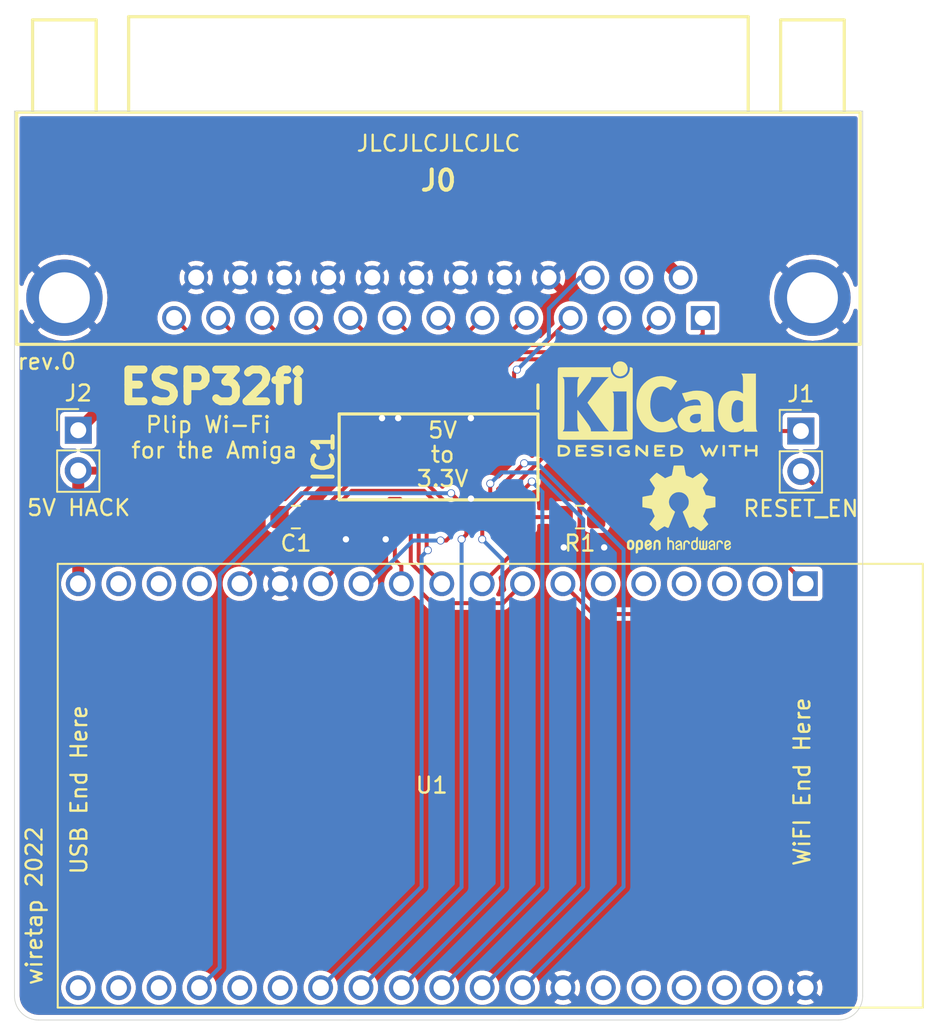
<source format=kicad_pcb>
(kicad_pcb (version 20171130) (host pcbnew "(5.1.6)-1")
  (layers (0 F.Cu signal) (31 B.Cu signal) (34 B.Paste user) (35 F.Paste user) (36 B.SilkS user) (37 F.SilkS user) (38 B.Mask user) (39 F.Mask user) (44 Edge.Cuts user))
  (net 0 "")
  (net 1 +5V)
  (net 2 GND)
  (net 3 "Net-(IC1-Pad1)")
  (net 4 AMI_STROBE)
  (net 5 AMI_RESET)
  (net 6 AMI_D0)
  (net 7 AMI_D1)
  (net 8 AMI_D2)
  (net 9 AMI_D3)
  (net 10 AMI_D4)
  (net 11 AMI_D5)
  (net 12 AMI_D6)
  (net 13 AMI_D7)
  (net 14 AMI_ACK)
  (net 15 AMI_BUSY)
  (net 16 AMI_POUT)
  (net 17 AMI_SEL)
  (net 18 SEL)
  (net 19 POUT)
  (net 20 BUSY)
  (net 21 ACK)
  (net 22 D7)
  (net 23 D6)
  (net 24 D5)
  (net 25 D4)
  (net 26 D3)
  (net 27 D2)
  (net 28 D1)
  (net 29 D0)
  (net 30 RESET)
  (net 31 STROBE)
  (net 32 OE)
  (net 33 AMI_5V)
  (net 34 "Net-(J0-Pad15)")
  (net 35 "Net-(J1-Pad2)")
  (net 36 +3V3)
  (net 37 "Net-(U1-Pad38)")
  (net 38 "Net-(U1-Pad37)")
  (net 39 "Net-(U1-Pad36)")
  (net 40 LED_STATUS)
  (net 41 "Net-(U1-Pad33)")
  (net 42 I2C_SDA)
  (net 43 "Net-(U1-Pad24)")
  (net 44 "Net-(U1-Pad23)")
  (net 45 I2C_SCL)
  (net 46 LED_STATUS2)
  (net 47 "Net-(U1-Pad18)")
  (net 48 "Net-(U1-Pad17)")
  (net 49 "Net-(U1-Pad16)")
  (net 50 "Net-(U1-Pad6)")
  (net 51 "Net-(U1-Pad5)")
  (net 52 "Net-(U1-Pad4)")
  (net 53 "Net-(U1-Pad3)")
  (net 54 "Net-(U1-Pad2)")
  (module Symbol:OSHW-Logo2_7.3x6mm_SilkScreen (layer F.Cu) (at 168.783 112.6744)
    (fp_text reference REF** hide)
    (fp_text value OSHW-Logo2_7.3x6mm_SilkScreen hide)
  )
  (module Symbol:KiCad-Logo2_5mm_SilkScreen (layer F.Cu) (at 167.4368 106.3498)
    (fp_text reference REF** hide)
    (fp_text value KiCad-Logo2_5mm_SilkScreen hide)
  )
  (module Capacitor_SMD:C_0805_2012Metric_Pad1.15x1.40mm_HandSolder (layer F.Cu) (at 144.6948 113.157)
    (fp_text reference C1 (at 0.009 1.651) (layer F.SilkS))
    (fp_text value 100nF)
    (pad 1 smd roundrect (at -1.025 0) (size 1.15 1.4) (layers F.Cu F.Paste F.Mask) (roundrect_rratio 0.217391) (net 1 +5V))
    (pad 2 smd roundrect (at 1.025 0) (size 1.15 1.4) (layers F.Cu F.Paste F.Mask) (roundrect_rratio 0.217391) (net 2 GND))
  )
  (module SOP50P810X120-48N (layer F.Cu) (at 153.67 109.3724 270)
    (fp_text reference IC1 (at 0 7.239 90) (layer F.SilkS) (effects (font (size 1.27 1.27) (thickness 0.254))))
    (fp_text value SN74CBTD16210DGGR hide)
    (pad 1 smd rect (at -3.788 -5.75) (size 0.3 1.475) (layers F.Cu F.Paste F.Mask) (net 3 "Net-(IC1-Pad1)"))
    (pad 2 smd rect (at -3.788 -5.25) (size 0.3 1.475) (layers F.Cu F.Paste F.Mask) (net 4 AMI_STROBE))
    (pad 3 smd rect (at -3.788 -4.75) (size 0.3 1.475) (layers F.Cu F.Paste F.Mask) (net 5 AMI_RESET))
    (pad 4 smd rect (at -3.788 -4.25) (size 0.3 1.475) (layers F.Cu F.Paste F.Mask) (net 6 AMI_D0))
    (pad 5 smd rect (at -3.788 -3.75) (size 0.3 1.475) (layers F.Cu F.Paste F.Mask) (net 7 AMI_D1))
    (pad 6 smd rect (at -3.788 -3.25) (size 0.3 1.475) (layers F.Cu F.Paste F.Mask) (net 8 AMI_D2))
    (pad 7 smd rect (at -3.788 -2.75) (size 0.3 1.475) (layers F.Cu F.Paste F.Mask) (net 9 AMI_D3))
    (pad 8 smd rect (at -3.788 -2.25) (size 0.3 1.475) (layers F.Cu F.Paste F.Mask) (net 2 GND))
    (pad 9 smd rect (at -3.788 -1.75) (size 0.3 1.475) (layers F.Cu F.Paste F.Mask) (net 10 AMI_D4))
    (pad 10 smd rect (at -3.788 -1.25) (size 0.3 1.475) (layers F.Cu F.Paste F.Mask) (net 11 AMI_D5))
    (pad 11 smd rect (at -3.788 -0.75) (size 0.3 1.475) (layers F.Cu F.Paste F.Mask) (net 12 AMI_D6))
    (pad 12 smd rect (at -3.788 -0.25) (size 0.3 1.475) (layers F.Cu F.Paste F.Mask) (net 13 AMI_D7))
    (pad 13 smd rect (at -3.788 0.25) (size 0.3 1.475) (layers F.Cu F.Paste F.Mask) (net 14 AMI_ACK))
    (pad 14 smd rect (at -3.788 0.75) (size 0.3 1.475) (layers F.Cu F.Paste F.Mask) (net 15 AMI_BUSY))
    (pad 15 smd rect (at -3.788 1.25) (size 0.3 1.475) (layers F.Cu F.Paste F.Mask) (net 1 +5V))
    (pad 16 smd rect (at -3.788 1.75) (size 0.3 1.475) (layers F.Cu F.Paste F.Mask) (net 16 AMI_POUT))
    (pad 17 smd rect (at -3.788 2.25) (size 0.3 1.475) (layers F.Cu F.Paste F.Mask) (net 2 GND))
    (pad 18 smd rect (at -3.788 2.75) (size 0.3 1.475) (layers F.Cu F.Paste F.Mask) (net 17 AMI_SEL))
    (pad 19 smd rect (at -3.788 3.25) (size 0.3 1.475) (layers F.Cu F.Paste F.Mask) (net 2 GND))
    (pad 20 smd rect (at -3.788 3.75) (size 0.3 1.475) (layers F.Cu F.Paste F.Mask) (net 2 GND))
    (pad 21 smd rect (at -3.788 4.25) (size 0.3 1.475) (layers F.Cu F.Paste F.Mask) (net 2 GND))
    (pad 22 smd rect (at -3.788 4.75) (size 0.3 1.475) (layers F.Cu F.Paste F.Mask) (net 2 GND))
    (pad 23 smd rect (at -3.788 5.25) (size 0.3 1.475) (layers F.Cu F.Paste F.Mask) (net 2 GND))
    (pad 24 smd rect (at -3.788 5.75) (size 0.3 1.475) (layers F.Cu F.Paste F.Mask) (net 2 GND))
    (pad 25 smd rect (at 3.788 5.75) (size 0.3 1.475) (layers F.Cu F.Paste F.Mask) (net 2 GND))
    (pad 26 smd rect (at 3.788 5.25) (size 0.3 1.475) (layers F.Cu F.Paste F.Mask) (net 2 GND))
    (pad 27 smd rect (at 3.788 4.75) (size 0.3 1.475) (layers F.Cu F.Paste F.Mask) (net 2 GND))
    (pad 28 smd rect (at 3.788 4.25) (size 0.3 1.475) (layers F.Cu F.Paste F.Mask) (net 2 GND))
    (pad 29 smd rect (at 3.788 3.75) (size 0.3 1.475) (layers F.Cu F.Paste F.Mask) (net 2 GND))
    (pad 30 smd rect (at 3.788 3.25) (size 0.3 1.475) (layers F.Cu F.Paste F.Mask) (net 2 GND))
    (pad 31 smd rect (at 3.788 2.75) (size 0.3 1.475) (layers F.Cu F.Paste F.Mask) (net 18 SEL))
    (pad 32 smd rect (at 3.788 2.25) (size 0.3 1.475) (layers F.Cu F.Paste F.Mask) (net 2 GND))
    (pad 33 smd rect (at 3.788 1.75) (size 0.3 1.475) (layers F.Cu F.Paste F.Mask) (net 19 POUT))
    (pad 34 smd rect (at 3.788 1.25) (size 0.3 1.475) (layers F.Cu F.Paste F.Mask) (net 20 BUSY))
    (pad 35 smd rect (at 3.788 0.75) (size 0.3 1.475) (layers F.Cu F.Paste F.Mask) (net 21 ACK))
    (pad 36 smd rect (at 3.788 0.25) (size 0.3 1.475) (layers F.Cu F.Paste F.Mask) (net 22 D7))
    (pad 37 smd rect (at 3.788 -0.25) (size 0.3 1.475) (layers F.Cu F.Paste F.Mask) (net 23 D6))
    (pad 38 smd rect (at 3.788 -0.75) (size 0.3 1.475) (layers F.Cu F.Paste F.Mask) (net 24 D5))
    (pad 39 smd rect (at 3.788 -1.25) (size 0.3 1.475) (layers F.Cu F.Paste F.Mask) (net 25 D4))
    (pad 40 smd rect (at 3.788 -1.75) (size 0.3 1.475) (layers F.Cu F.Paste F.Mask) (net 26 D3))
    (pad 41 smd rect (at 3.788 -2.25) (size 0.3 1.475) (layers F.Cu F.Paste F.Mask) (net 2 GND))
    (pad 42 smd rect (at 3.788 -2.75) (size 0.3 1.475) (layers F.Cu F.Paste F.Mask) (net 27 D2))
    (pad 43 smd rect (at 3.788 -3.25) (size 0.3 1.475) (layers F.Cu F.Paste F.Mask) (net 28 D1))
    (pad 44 smd rect (at 3.788 -3.75) (size 0.3 1.475) (layers F.Cu F.Paste F.Mask) (net 29 D0))
    (pad 45 smd rect (at 3.788 -4.25) (size 0.3 1.475) (layers F.Cu F.Paste F.Mask) (net 30 RESET))
    (pad 46 smd rect (at 3.788 -4.75) (size 0.3 1.475) (layers F.Cu F.Paste F.Mask) (net 31 STROBE))
    (pad 47 smd rect (at 3.788 -5.25) (size 0.3 1.475) (layers F.Cu F.Paste F.Mask) (net 32 OE))
    (pad 48 smd rect (at 3.788 -5.75) (size 0.3 1.475) (layers F.Cu F.Paste F.Mask) (net 32 OE))
  )
  (module L717SDB25P1ACH4F (layer F.Cu) (at 170.2816 100.6348 180)
    (fp_text reference J0 (at 16.62 8.64) (layer F.SilkS) (effects (font (size 1.27 1.27) (thickness 0.254))))
    (fp_text value L717SDB25P1ACH4F hide)
    (pad 1 thru_hole rect (at 0 0 180) (size 1.5 1.5) (drill 1) (layers *.Cu *.Mask) (net 4 AMI_STROBE))
    (pad 2 thru_hole circle (at 2.77 0 180) (size 1.5 1.5) (drill 1) (layers *.Cu *.Mask) (net 6 AMI_D0))
    (pad 3 thru_hole circle (at 5.54 0 180) (size 1.5 1.5) (drill 1) (layers *.Cu *.Mask) (net 7 AMI_D1))
    (pad 4 thru_hole circle (at 8.31 0 180) (size 1.5 1.5) (drill 1) (layers *.Cu *.Mask) (net 8 AMI_D2))
    (pad 5 thru_hole circle (at 11.08 0 180) (size 1.5 1.5) (drill 1) (layers *.Cu *.Mask) (net 9 AMI_D3))
    (pad 6 thru_hole circle (at 13.85 0 180) (size 1.5 1.5) (drill 1) (layers *.Cu *.Mask) (net 10 AMI_D4))
    (pad 7 thru_hole circle (at 16.62 0 180) (size 1.5 1.5) (drill 1) (layers *.Cu *.Mask) (net 11 AMI_D5))
    (pad 8 thru_hole circle (at 19.39 0 180) (size 1.5 1.5) (drill 1) (layers *.Cu *.Mask) (net 12 AMI_D6))
    (pad 9 thru_hole circle (at 22.16 0 180) (size 1.5 1.5) (drill 1) (layers *.Cu *.Mask) (net 13 AMI_D7))
    (pad 10 thru_hole circle (at 24.93 0 180) (size 1.5 1.5) (drill 1) (layers *.Cu *.Mask) (net 14 AMI_ACK))
    (pad 11 thru_hole circle (at 27.7 0 180) (size 1.5 1.5) (drill 1) (layers *.Cu *.Mask) (net 15 AMI_BUSY))
    (pad 12 thru_hole circle (at 30.47 0 180) (size 1.5 1.5) (drill 1) (layers *.Cu *.Mask) (net 16 AMI_POUT))
    (pad 13 thru_hole circle (at 33.24 0 180) (size 1.5 1.5) (drill 1) (layers *.Cu *.Mask) (net 17 AMI_SEL))
    (pad 14 thru_hole circle (at 1.385 2.54 180) (size 1.5 1.5) (drill 1) (layers *.Cu *.Mask) (net 33 AMI_5V))
    (pad 15 thru_hole circle (at 4.155 2.54 180) (size 1.5 1.5) (drill 1) (layers *.Cu *.Mask) (net 34 "Net-(J0-Pad15)"))
    (pad 16 thru_hole circle (at 6.925 2.54 180) (size 1.5 1.5) (drill 1) (layers *.Cu *.Mask) (net 5 AMI_RESET))
    (pad 17 thru_hole circle (at 9.695 2.54 180) (size 1.5 1.5) (drill 1) (layers *.Cu *.Mask) (net 2 GND))
    (pad 18 thru_hole circle (at 12.465 2.54 180) (size 1.5 1.5) (drill 1) (layers *.Cu *.Mask) (net 2 GND))
    (pad 19 thru_hole circle (at 15.235 2.54 180) (size 1.5 1.5) (drill 1) (layers *.Cu *.Mask) (net 2 GND))
    (pad 20 thru_hole circle (at 18.005 2.54 180) (size 1.5 1.5) (drill 1) (layers *.Cu *.Mask) (net 2 GND))
    (pad 21 thru_hole circle (at 20.775 2.54 180) (size 1.5 1.5) (drill 1) (layers *.Cu *.Mask) (net 2 GND))
    (pad 22 thru_hole circle (at 23.545 2.54 180) (size 1.5 1.5) (drill 1) (layers *.Cu *.Mask) (net 2 GND))
    (pad 23 thru_hole circle (at 26.315 2.54 180) (size 1.5 1.5) (drill 1) (layers *.Cu *.Mask) (net 2 GND))
    (pad 24 thru_hole circle (at 29.085 2.54 180) (size 1.5 1.5) (drill 1) (layers *.Cu *.Mask) (net 2 GND))
    (pad 25 thru_hole circle (at 31.855 2.54 180) (size 1.5 1.5) (drill 1) (layers *.Cu *.Mask) (net 2 GND))
    (pad MH1 thru_hole circle (at -6.9 1.27 180) (size 4.8 4.8) (drill 3.2) (layers *.Cu *.Mask) (net 2 GND))
    (pad MH2 thru_hole circle (at 40.14 1.27 180) (size 4.8 4.8) (drill 3.2) (layers *.Cu *.Mask) (net 2 GND))
  )
  (module Connector_PinHeader_2.54mm:PinHeader_1x02_P2.54mm_Vertical (layer F.Cu) (at 176.4538 107.7468)
    (fp_text reference J1 (at 0 -2.33) (layer F.SilkS))
    (fp_text value RESET)
    (pad 1 thru_hole rect (at 0 0) (size 1.7 1.7) (drill 1) (layers *.Cu *.Mask) (net 30 RESET))
    (pad 2 thru_hole oval (at 0 2.54) (size 1.7 1.7) (drill 1) (layers *.Cu *.Mask) (net 35 "Net-(J1-Pad2)"))
  )
  (module Connector_PinHeader_2.54mm:PinHeader_1x02_P2.54mm_Vertical (layer F.Cu) (at 131.0132 107.696)
    (fp_text reference J2 (at 0 -2.33) (layer F.SilkS))
    (fp_text value 5V_HACK)
    (pad 2 thru_hole oval (at 0 2.54) (size 1.7 1.7) (drill 1) (layers *.Cu *.Mask) (net 1 +5V))
    (pad 1 thru_hole rect (at 0 0) (size 1.7 1.7) (drill 1) (layers *.Cu *.Mask) (net 33 AMI_5V))
  )
  (module Resistor_SMD:R_0805_2012Metric_Pad1.15x1.40mm_HandSolder (layer F.Cu) (at 162.56 113.157 180)
    (fp_text reference R1 (at 0 -1.65) (layer F.SilkS))
    (fp_text value 10k)
    (pad 2 smd roundrect (at 1.025 0 180) (size 1.15 1.4) (layers F.Cu F.Paste F.Mask) (roundrect_rratio 0.217391) (net 32 OE))
    (pad 1 smd roundrect (at -1.025 0 180) (size 1.15 1.4) (layers F.Cu F.Paste F.Mask) (roundrect_rratio 0.217391) (net 36 +3V3))
  )
  (module SamacSys_Parts:MODULE_ESP32-DEVKITC-32D (layer F.Cu) (at 156.972 130.048 270)
    (fp_text reference U1 (at -0.0254 3.7338 180) (layer F.SilkS) (effects (font (size 1.000386 1.000386))))
    (fp_text value ESP32-DEVKITC-32D)
    (pad 38 thru_hole circle (at 12.7 25.96 270) (size 1.56 1.56) (drill 1.04) (layers *.Cu *.Mask) (net 37 "Net-(U1-Pad38)"))
    (pad 37 thru_hole circle (at 12.7 23.42 270) (size 1.56 1.56) (drill 1.04) (layers *.Cu *.Mask) (net 38 "Net-(U1-Pad37)"))
    (pad 36 thru_hole circle (at 12.7 20.88 270) (size 1.56 1.56) (drill 1.04) (layers *.Cu *.Mask) (net 39 "Net-(U1-Pad36)"))
    (pad 35 thru_hole circle (at 12.7 18.34 270) (size 1.56 1.56) (drill 1.04) (layers *.Cu *.Mask) (net 25 D4))
    (pad 34 thru_hole circle (at 12.7 15.8 270) (size 1.56 1.56) (drill 1.04) (layers *.Cu *.Mask) (net 40 LED_STATUS))
    (pad 33 thru_hole circle (at 12.7 13.26 270) (size 1.56 1.56) (drill 1.04) (layers *.Cu *.Mask) (net 41 "Net-(U1-Pad33)"))
    (pad 32 thru_hole circle (at 12.7 10.72 270) (size 1.56 1.56) (drill 1.04) (layers *.Cu *.Mask) (net 21 ACK))
    (pad 31 thru_hole circle (at 12.7 8.18 270) (size 1.56 1.56) (drill 1.04) (layers *.Cu *.Mask) (net 26 D3))
    (pad 30 thru_hole circle (at 12.7 5.64 270) (size 1.56 1.56) (drill 1.04) (layers *.Cu *.Mask) (net 27 D2))
    (pad 29 thru_hole circle (at 12.7 3.1 270) (size 1.56 1.56) (drill 1.04) (layers *.Cu *.Mask) (net 31 STROBE))
    (pad 28 thru_hole circle (at 12.7 0.56 270) (size 1.56 1.56) (drill 1.04) (layers *.Cu *.Mask) (net 28 D1))
    (pad 27 thru_hole circle (at 12.7 -1.98 270) (size 1.56 1.56) (drill 1.04) (layers *.Cu *.Mask) (net 29 D0))
    (pad 26 thru_hole circle (at 12.7 -4.52 270) (size 1.56 1.56) (drill 1.04) (layers *.Cu *.Mask) (net 2 GND))
    (pad 25 thru_hole circle (at 12.7 -7.06 270) (size 1.56 1.56) (drill 1.04) (layers *.Cu *.Mask) (net 42 I2C_SDA))
    (pad 24 thru_hole circle (at 12.7 -9.6 270) (size 1.56 1.56) (drill 1.04) (layers *.Cu *.Mask) (net 43 "Net-(U1-Pad24)"))
    (pad 23 thru_hole circle (at 12.7 -12.14 270) (size 1.56 1.56) (drill 1.04) (layers *.Cu *.Mask) (net 44 "Net-(U1-Pad23)"))
    (pad 22 thru_hole circle (at 12.7 -14.68 270) (size 1.56 1.56) (drill 1.04) (layers *.Cu *.Mask) (net 45 I2C_SCL))
    (pad 21 thru_hole circle (at 12.7 -17.22 270) (size 1.56 1.56) (drill 1.04) (layers *.Cu *.Mask) (net 46 LED_STATUS2))
    (pad 20 thru_hole circle (at 12.7 -19.76 270) (size 1.56 1.56) (drill 1.04) (layers *.Cu *.Mask) (net 2 GND))
    (pad 18 thru_hole circle (at -12.7 23.42 270) (size 1.56 1.56) (drill 1.04) (layers *.Cu *.Mask) (net 47 "Net-(U1-Pad18)"))
    (pad 17 thru_hole circle (at -12.7 20.88 270) (size 1.56 1.56) (drill 1.04) (layers *.Cu *.Mask) (net 48 "Net-(U1-Pad17)"))
    (pad 16 thru_hole circle (at -12.7 18.34 270) (size 1.56 1.56) (drill 1.04) (layers *.Cu *.Mask) (net 49 "Net-(U1-Pad16)"))
    (pad 15 thru_hole circle (at -12.7 15.8 270) (size 1.56 1.56) (drill 1.04) (layers *.Cu *.Mask) (net 23 D6))
    (pad 14 thru_hole circle (at -12.7 13.26 270) (size 1.56 1.56) (drill 1.04) (layers *.Cu *.Mask) (net 2 GND))
    (pad 13 thru_hole circle (at -12.7 10.72 270) (size 1.56 1.56) (drill 1.04) (layers *.Cu *.Mask) (net 22 D7))
    (pad 12 thru_hole circle (at -12.7 8.18 270) (size 1.56 1.56) (drill 1.04) (layers *.Cu *.Mask) (net 24 D5))
    (pad 11 thru_hole circle (at -12.7 5.64 270) (size 1.56 1.56) (drill 1.04) (layers *.Cu *.Mask) (net 18 SEL))
    (pad 10 thru_hole circle (at -12.7 3.1 270) (size 1.56 1.56) (drill 1.04) (layers *.Cu *.Mask) (net 20 BUSY))
    (pad 9 thru_hole circle (at -12.7 0.56 270) (size 1.56 1.56) (drill 1.04) (layers *.Cu *.Mask) (net 32 OE))
    (pad 8 thru_hole circle (at -12.7 -1.98 270) (size 1.56 1.56) (drill 1.04) (layers *.Cu *.Mask) (net 19 POUT))
    (pad 7 thru_hole circle (at -12.7 -4.52 270) (size 1.56 1.56) (drill 1.04) (layers *.Cu *.Mask) (net 35 "Net-(J1-Pad2)"))
    (pad 6 thru_hole circle (at -12.7 -7.06 270) (size 1.56 1.56) (drill 1.04) (layers *.Cu *.Mask) (net 50 "Net-(U1-Pad6)"))
    (pad 5 thru_hole circle (at -12.7 -9.6 270) (size 1.56 1.56) (drill 1.04) (layers *.Cu *.Mask) (net 51 "Net-(U1-Pad5)"))
    (pad 4 thru_hole circle (at -12.7 -12.14 270) (size 1.56 1.56) (drill 1.04) (layers *.Cu *.Mask) (net 52 "Net-(U1-Pad4)"))
    (pad 3 thru_hole circle (at -12.7 -14.68 270) (size 1.56 1.56) (drill 1.04) (layers *.Cu *.Mask) (net 53 "Net-(U1-Pad3)"))
    (pad 19 thru_hole circle (at -12.7 25.96 270) (size 1.56 1.56) (drill 1.04) (layers *.Cu *.Mask) (net 1 +5V))
    (pad 2 thru_hole circle (at -12.7 -17.22 270) (size 1.56 1.56) (drill 1.04) (layers *.Cu *.Mask) (net 54 "Net-(U1-Pad2)"))
    (pad 1 thru_hole rect (at -12.7 -19.76 270) (size 1.56 1.56) (drill 1.04) (layers *.Cu *.Mask) (net 36 +3V3))
  )
  (gr_text to (at 153.924 109.22) (layer F.SilkS) (effects (font (size 1 1))))
  (gr_text 3.3V (at 153.924 110.744) (layer F.SilkS) (effects (font (size 1 1))))
  (gr_text 5V (at 153.924 107.696) (layer F.SilkS) (effects (font (size 1 1))))
  (gr_text "USB End Here" (at 131.064 130.302 90) (layer F.SilkS) (effects (font (size 1 1))))
  (gr_text "WiFI End Here" (at 176.53 129.794 90) (layer F.SilkS) (effects (font (size 1 1))))
  (gr_text JLCJLCJLCJLC (at 153.67 89.662) (layer F.SilkS) (effects (font (size 1 1))))
  (gr_text rev.0 (at 129.032 103.378) (layer F.SilkS) (effects (font (size 1 1))))
  (gr_arc (start 178.816 143.256) (end 178.816 144.78) (angle -90) (layer Edge.Cuts) (width 0.05))
  (gr_arc (start 128.524 143.256) (end 127 143.256) (angle -90) (layer Edge.Cuts) (width 0.05))
  (gr_text "wiretap 2022" (at 128.2446 137.5918 90) (layer F.SilkS) (effects (font (size 1 1))))
  (gr_text "Plip Wi-Fi \nfor the Amiga" (at 139.573 108.1532) (layer F.SilkS) (effects (font (size 1 1))))
  (gr_text RESET_EN (at 176.4538 112.6236) (layer F.SilkS) (effects (font (size 1 1))))
  (gr_text "5V HACK" (at 131.0386 112.5728) (layer F.SilkS) (effects (font (size 1 1))))
  (gr_text ESP32fi (at 139.4968 104.9782) (layer F.SilkS) (effects (font (size 2 2) (thickness 0.5))))
  (gr_line (start 128.524 144.78) (end 128.524 144.78) (layer Edge.Cuts) (width 0.05))
  (gr_line (start 127 87.63) (end 127 143.256) (layer Edge.Cuts) (width 0.05))
  (gr_line (start 148.082 144.78) (end 128.524 144.78) (layer Edge.Cuts) (width 0.05))
  (gr_line (start 158.75 144.78) (end 148.082 144.78) (layer Edge.Cuts) (width 0.05))
  (gr_line (start 178.816 144.78) (end 158.75 144.78) (layer Edge.Cuts) (width 0.05))
  (gr_line (start 180.34 87.63) (end 180.34 143.256) (layer Edge.Cuts) (width 0.05))
  (gr_line (start 127 87.63) (end 180.34 87.63) (layer Edge.Cuts) (width 0.05))
  (segment (start 131.0132 117.3468) (end 131.012 117.348) (width 0.75) (layer F.Cu) (net 1))
  (segment (start 131.0132 110.236) (end 131.0132 117.3468) (width 0.75) (layer F.Cu) (net 1))
  (segment (start 152.42 105.5844) (end 152.395001 105.5844) (width 0.25) (layer F.Cu) (net 1))
  (segment (start 140.7488 110.236) (end 143.6698 113.157) (width 0.5) (layer F.Cu) (net 1))
  (segment (start 131.0132 110.236) (end 140.7488 110.236) (width 0.5) (layer F.Cu) (net 1))
  (segment (start 152.42 106.8886) (end 152.42 105.5844) (width 0.25) (layer F.Cu) (net 1))
  (segment (start 150.114 109.1946) (end 152.42 106.8886) (width 0.25) (layer F.Cu) (net 1))
  (segment (start 143.6698 113.157) (end 147.6322 109.1946) (width 0.25) (layer F.Cu) (net 1))
  (segment (start 147.6322 109.1946) (end 150.114 109.1946) (width 0.25) (layer F.Cu) (net 1))
  (via (at 151.13 106.934) (size 0.5) (drill 0.4) (layers F.Cu B.Cu) (net 2))
  (segment (start 151.42 105.5844) (end 151.42 106.644) (width 0.25) (layer F.Cu) (net 2))
  (segment (start 151.42 106.644) (end 151.13 106.934) (width 0.25) (layer F.Cu) (net 2))
  (segment (start 155.92 105.5844) (end 155.92 106.716) (width 0.25) (layer F.Cu) (net 2))
  (via (at 155.702 106.934) (size 0.5) (drill 0.4) (layers F.Cu B.Cu) (net 2))
  (segment (start 155.92 106.716) (end 155.702 106.934) (width 0.25) (layer F.Cu) (net 2))
  (via (at 147.8442 114.554) (size 0.5) (drill 0.4) (layers F.Cu B.Cu) (net 2))
  (segment (start 147.92 113.1604) (end 147.92 114.4782) (width 0.25) (layer F.Cu) (net 2))
  (segment (start 147.92 114.4782) (end 147.8442 114.554) (width 0.25) (layer F.Cu) (net 2))
  (via (at 150.345 114.554) (size 0.5) (drill 0.4) (layers F.Cu B.Cu) (net 2))
  (segment (start 150.42 113.1604) (end 150.42 114.479) (width 0.25) (layer F.Cu) (net 2))
  (segment (start 150.42 114.479) (end 150.345 114.554) (width 0.25) (layer F.Cu) (net 2))
  (via (at 155.708243 111.994659) (size 0.5) (drill 0.4) (layers F.Cu B.Cu) (net 2))
  (segment (start 155.92 113.1604) (end 155.92 112.206416) (width 0.25) (layer F.Cu) (net 2))
  (segment (start 155.92 112.206416) (end 155.708243 111.994659) (width 0.25) (layer F.Cu) (net 2))
  (segment (start 151.42 112.187898) (end 151.246102 112.014) (width 0.25) (layer F.Cu) (net 2))
  (segment (start 151.42 113.1604) (end 151.42 112.187898) (width 0.25) (layer F.Cu) (net 2))
  (segment (start 150.42 112.187898) (end 150.42 113.1604) (width 0.25) (layer F.Cu) (net 2))
  (segment (start 150.593898 112.014) (end 150.42 112.187898) (width 0.25) (layer F.Cu) (net 2))
  (segment (start 151.246102 112.014) (end 150.593898 112.014) (width 0.25) (layer F.Cu) (net 2))
  (segment (start 150.42 105.5844) (end 150.42 106.628) (width 0.25) (layer F.Cu) (net 2))
  (via (at 150.114 106.934) (size 0.5) (drill 0.4) (layers F.Cu B.Cu) (net 2))
  (segment (start 150.42 106.628) (end 150.114 106.934) (width 0.25) (layer F.Cu) (net 2))
  (via (at 161.544 115.062) (size 0.5) (drill 0.4) (layers F.Cu B.Cu) (net 2))
  (via (at 164.084 115.062) (size 0.5) (drill 0.4) (layers F.Cu B.Cu) (net 2))
  (segment (start 159.830267 103.686633) (end 168.229767 103.686633) (width 0.25) (layer F.Cu) (net 4))
  (segment (start 158.92 105.5844) (end 158.92 104.5969) (width 0.25) (layer F.Cu) (net 4))
  (segment (start 170.2816 101.6348) (end 170.2816 100.6348) (width 0.25) (layer F.Cu) (net 4))
  (segment (start 168.229767 103.686633) (end 170.2816 101.6348) (width 0.25) (layer F.Cu) (net 4))
  (segment (start 158.92 104.5969) (end 159.830267 103.686633) (width 0.25) (layer F.Cu) (net 4))
  (via (at 158.5976 103.886) (size 0.5) (drill 0.4) (layers F.Cu B.Cu) (net 5))
  (segment (start 158.42 104.0636) (end 158.42 105.5844) (width 0.25) (layer F.Cu) (net 5))
  (segment (start 158.5976 103.886) (end 158.42 104.0636) (width 0.25) (layer F.Cu) (net 5))
  (segment (start 160.6042 101.9048) (end 158.623 103.886) (width 0.25) (layer B.Cu) (net 5))
  (segment (start 158.623 103.886) (end 158.5976 103.886) (width 0.25) (layer B.Cu) (net 5))
  (segment (start 160.6042 100.0506) (end 160.6042 101.9048) (width 0.25) (layer B.Cu) (net 5))
  (segment (start 163.3566 98.0948) (end 162.56 98.0948) (width 0.25) (layer B.Cu) (net 5))
  (segment (start 162.56 98.0948) (end 160.6042 100.0506) (width 0.25) (layer B.Cu) (net 5))
  (segment (start 164.909778 103.236622) (end 166.761601 101.384799) (width 0.25) (layer F.Cu) (net 6))
  (segment (start 166.761601 101.384799) (end 167.5116 100.6348) (width 0.25) (layer F.Cu) (net 6))
  (segment (start 157.92 105.5844) (end 157.92 103.712598) (width 0.25) (layer F.Cu) (net 6))
  (segment (start 157.92 103.712598) (end 158.395976 103.236622) (width 0.25) (layer F.Cu) (net 6))
  (segment (start 158.395976 103.236622) (end 164.909778 103.236622) (width 0.25) (layer F.Cu) (net 6))
  (segment (start 162.589789 102.786611) (end 164.7416 100.6348) (width 0.25) (layer F.Cu) (net 7))
  (segment (start 157.42 103.576188) (end 158.209577 102.786611) (width 0.25) (layer F.Cu) (net 7))
  (segment (start 158.209577 102.786611) (end 162.589789 102.786611) (width 0.25) (layer F.Cu) (net 7))
  (segment (start 157.42 105.5844) (end 157.42 103.576188) (width 0.25) (layer F.Cu) (net 7))
  (segment (start 158.023178 102.3366) (end 160.2698 102.3366) (width 0.25) (layer F.Cu) (net 8))
  (segment (start 156.92 105.5844) (end 156.92 103.439778) (width 0.25) (layer F.Cu) (net 8))
  (segment (start 160.2698 102.3366) (end 161.9716 100.6348) (width 0.25) (layer F.Cu) (net 8))
  (segment (start 156.92 103.439778) (end 158.023178 102.3366) (width 0.25) (layer F.Cu) (net 8))
  (segment (start 159.088568 100.6348) (end 159.2016 100.6348) (width 0.25) (layer F.Cu) (net 9))
  (segment (start 156.42 103.303368) (end 159.088568 100.6348) (width 0.25) (layer F.Cu) (net 9))
  (segment (start 156.42 105.5844) (end 156.42 103.303368) (width 0.25) (layer F.Cu) (net 9))
  (segment (start 155.42 101.6464) (end 156.4316 100.6348) (width 0.25) (layer F.Cu) (net 10))
  (segment (start 155.42 105.5844) (end 155.42 101.6464) (width 0.25) (layer F.Cu) (net 10))
  (segment (start 154.92 101.8932) (end 153.6616 100.6348) (width 0.25) (layer F.Cu) (net 11))
  (segment (start 154.92 105.5844) (end 154.92 101.8932) (width 0.25) (layer F.Cu) (net 11))
  (segment (start 154.42 105.5844) (end 154.42 104.2042) (width 0.25) (layer F.Cu) (net 12))
  (segment (start 154.42 104.2042) (end 150.8916 100.6758) (width 0.25) (layer F.Cu) (net 12))
  (segment (start 150.8916 100.6758) (end 150.8916 100.6348) (width 0.25) (layer F.Cu) (net 12))
  (segment (start 153.92 105.5844) (end 153.92 104.34061) (width 0.25) (layer F.Cu) (net 13))
  (segment (start 153.92 104.34061) (end 151.50959 101.9302) (width 0.25) (layer F.Cu) (net 13))
  (segment (start 149.417 101.9302) (end 148.1216 100.6348) (width 0.25) (layer F.Cu) (net 13))
  (segment (start 151.50959 101.9302) (end 149.417 101.9302) (width 0.25) (layer F.Cu) (net 13))
  (segment (start 153.42 104.47702) (end 153.42 105.5844) (width 0.25) (layer F.Cu) (net 14))
  (segment (start 151.323191 102.380211) (end 153.42 104.47702) (width 0.25) (layer F.Cu) (net 14))
  (segment (start 147.097011 102.380211) (end 151.323191 102.380211) (width 0.25) (layer F.Cu) (net 14))
  (segment (start 145.3516 100.6348) (end 147.097011 102.380211) (width 0.25) (layer F.Cu) (net 14))
  (segment (start 144.777022 102.830222) (end 151.136792 102.830222) (width 0.25) (layer F.Cu) (net 15))
  (segment (start 151.136792 102.830222) (end 152.92 104.61343) (width 0.25) (layer F.Cu) (net 15))
  (segment (start 152.92 104.61343) (end 152.92 105.5844) (width 0.25) (layer F.Cu) (net 15))
  (segment (start 142.5816 100.6348) (end 144.777022 102.830222) (width 0.25) (layer F.Cu) (net 15))
  (segment (start 150.950393 103.280233) (end 151.92 104.24984) (width 0.25) (layer F.Cu) (net 16))
  (segment (start 151.92 104.24984) (end 151.92 105.5844) (width 0.25) (layer F.Cu) (net 16))
  (segment (start 139.8116 100.6348) (end 142.457033 103.280233) (width 0.25) (layer F.Cu) (net 16))
  (segment (start 142.457033 103.280233) (end 150.950393 103.280233) (width 0.25) (layer F.Cu) (net 16))
  (segment (start 150.92 104.0824) (end 150.92 105.5844) (width 0.25) (layer F.Cu) (net 17))
  (segment (start 150.567844 103.730244) (end 150.92 104.0824) (width 0.25) (layer F.Cu) (net 17))
  (segment (start 137.0416 100.6348) (end 140.137044 103.730244) (width 0.25) (layer F.Cu) (net 17))
  (segment (start 140.137044 103.730244) (end 150.567844 103.730244) (width 0.25) (layer F.Cu) (net 17))
  (segment (start 151.332 116.2419) (end 151.332 117.348) (width 0.25) (layer F.Cu) (net 18))
  (segment (start 150.92 113.1604) (end 150.92 115.8299) (width 0.25) (layer F.Cu) (net 18))
  (segment (start 150.92 115.8299) (end 151.332 116.2419) (width 0.25) (layer F.Cu) (net 18))
  (segment (start 151.92 116.03241) (end 151.92 113.1604) (width 0.25) (layer F.Cu) (net 19))
  (segment (start 157.7328 118.5672) (end 153.2636 118.5672) (width 0.25) (layer F.Cu) (net 19))
  (segment (start 158.952 117.348) (end 157.7328 118.5672) (width 0.25) (layer F.Cu) (net 19))
  (segment (start 153.2636 118.5672) (end 152.6032 117.9068) (width 0.25) (layer F.Cu) (net 19))
  (segment (start 152.6032 116.71561) (end 151.92 116.03241) (width 0.25) (layer F.Cu) (net 19))
  (segment (start 152.6032 117.9068) (end 152.6032 116.71561) (width 0.25) (layer F.Cu) (net 19))
  (segment (start 152.42 115.896) (end 152.42 113.1604) (width 0.25) (layer F.Cu) (net 20))
  (segment (start 153.872 117.348) (end 152.42 115.896) (width 0.25) (layer F.Cu) (net 20))
  (via (at 152.995 115.2398) (size 0.5) (drill 0.4) (layers F.Cu B.Cu) (net 21))
  (segment (start 152.92 113.1604) (end 152.92 115.1648) (width 0.25) (layer F.Cu) (net 21))
  (segment (start 152.92 115.1648) (end 152.995 115.2398) (width 0.25) (layer F.Cu) (net 21))
  (segment (start 152.6032 136.3968) (end 146.252 142.748) (width 0.25) (layer B.Cu) (net 21))
  (segment (start 152.995 115.2398) (end 152.6032 115.6316) (width 0.25) (layer B.Cu) (net 21))
  (segment (start 152.6032 115.6316) (end 152.6032 136.3968) (width 0.25) (layer B.Cu) (net 21))
  (segment (start 153.42 112.1729) (end 153.42 113.1604) (width 0.25) (layer F.Cu) (net 22))
  (segment (start 147.2692 116.3308) (end 147.2692 112.44721) (width 0.25) (layer F.Cu) (net 22))
  (segment (start 146.252 117.348) (end 147.2692 116.3308) (width 0.25) (layer F.Cu) (net 22))
  (segment (start 147.2692 112.44721) (end 148.21041 111.506) (width 0.25) (layer F.Cu) (net 22))
  (segment (start 148.21041 111.506) (end 152.7531 111.506) (width 0.25) (layer F.Cu) (net 22))
  (segment (start 152.7531 111.506) (end 153.42 112.1729) (width 0.25) (layer F.Cu) (net 22))
  (segment (start 153.92 112.0354) (end 153.92 113.1604) (width 0.25) (layer F.Cu) (net 23))
  (segment (start 152.8826 110.998) (end 153.92 112.0354) (width 0.25) (layer F.Cu) (net 23))
  (segment (start 142.5944 115.9256) (end 145.2118 115.9256) (width 0.25) (layer F.Cu) (net 23))
  (segment (start 146.819189 112.26081) (end 148.081999 110.998) (width 0.25) (layer F.Cu) (net 23))
  (segment (start 141.172 117.348) (end 142.5944 115.9256) (width 0.25) (layer F.Cu) (net 23))
  (segment (start 145.2118 115.9256) (end 146.819189 114.318211) (width 0.25) (layer F.Cu) (net 23))
  (segment (start 148.081999 110.998) (end 152.8826 110.998) (width 0.25) (layer F.Cu) (net 23))
  (segment (start 146.819189 114.318211) (end 146.819189 112.26081) (width 0.25) (layer F.Cu) (net 23))
  (via (at 153.797 114.6302) (size 0.5) (drill 0.4) (layers F.Cu B.Cu) (net 24))
  (segment (start 154.42 114.360753) (end 154.42 113.1604) (width 0.25) (layer F.Cu) (net 24))
  (segment (start 154.150553 114.6302) (end 154.42 114.360753) (width 0.25) (layer F.Cu) (net 24))
  (segment (start 153.797 114.6302) (end 154.150553 114.6302) (width 0.25) (layer F.Cu) (net 24))
  (segment (start 152.0698 114.6302) (end 153.797 114.6302) (width 0.25) (layer B.Cu) (net 24))
  (segment (start 148.792 117.348) (end 149.352 117.348) (width 0.25) (layer B.Cu) (net 24))
  (segment (start 149.352 117.348) (end 152.0698 114.6302) (width 0.25) (layer B.Cu) (net 24))
  (via (at 154.4574 111.6584) (size 0.5) (drill 0.4) (layers F.Cu B.Cu) (net 25))
  (segment (start 154.92 113.1604) (end 154.92 112.121) (width 0.25) (layer F.Cu) (net 25))
  (segment (start 154.92 112.121) (end 154.4574 111.6584) (width 0.25) (layer F.Cu) (net 25))
  (segment (start 139.9032 141.4768) (end 138.632 142.748) (width 0.25) (layer B.Cu) (net 25))
  (segment (start 139.9032 116.7892) (end 139.9032 141.4768) (width 0.25) (layer B.Cu) (net 25))
  (segment (start 154.4574 111.6584) (end 145.034 111.6584) (width 0.25) (layer B.Cu) (net 25))
  (segment (start 145.034 111.6584) (end 139.9032 116.7892) (width 0.25) (layer B.Cu) (net 25))
  (via (at 155.117802 114.553944) (size 0.5) (drill 0.4) (layers F.Cu B.Cu) (net 26))
  (segment (start 155.42 114.251746) (end 155.117802 114.553944) (width 0.25) (layer F.Cu) (net 26))
  (segment (start 148.792 142.748) (end 155.117802 136.422198) (width 0.25) (layer B.Cu) (net 26))
  (segment (start 155.117802 136.422198) (end 155.117802 114.553944) (width 0.25) (layer B.Cu) (net 26))
  (segment (start 155.42 113.1604) (end 155.42 114.251746) (width 0.25) (layer F.Cu) (net 26))
  (via (at 156.4132 114.554) (size 0.5) (drill 0.4) (layers F.Cu B.Cu) (net 27))
  (segment (start 156.42 113.1604) (end 156.42 114.5472) (width 0.25) (layer F.Cu) (net 27))
  (segment (start 156.42 114.5472) (end 156.4132 114.554) (width 0.25) (layer F.Cu) (net 27))
  (segment (start 157.6832 136.3968) (end 151.332 142.748) (width 0.25) (layer B.Cu) (net 27))
  (segment (start 156.4132 114.554) (end 157.6832 115.824) (width 0.25) (layer B.Cu) (net 27))
  (segment (start 157.6832 115.824) (end 157.6832 136.3968) (width 0.25) (layer B.Cu) (net 27))
  (segment (start 159.813588 110.346986) (end 157.623014 110.346986) (width 0.25) (layer B.Cu) (net 28))
  (segment (start 156.92 113.1604) (end 156.92 111.05) (width 0.25) (layer F.Cu) (net 28))
  (segment (start 162.7632 113.296598) (end 159.813588 110.346986) (width 0.25) (layer B.Cu) (net 28))
  (segment (start 156.412 142.748) (end 162.7632 136.3968) (width 0.25) (layer B.Cu) (net 28))
  (segment (start 156.92 111.05) (end 156.9212 111.0488) (width 0.25) (layer F.Cu) (net 28))
  (via (at 156.9212 111.0488) (size 0.5) (drill 0.4) (layers F.Cu B.Cu) (net 28))
  (segment (start 157.623014 110.346986) (end 156.9212 111.0488) (width 0.25) (layer B.Cu) (net 28))
  (segment (start 162.7632 136.3968) (end 162.7632 113.296598) (width 0.25) (layer B.Cu) (net 28))
  (segment (start 159.049016 109.771986) (end 159.054613 109.771986) (width 0.25) (layer F.Cu) (net 29))
  (segment (start 157.42 113.1604) (end 157.42 111.401002) (width 0.25) (layer F.Cu) (net 29))
  (via (at 159.054613 109.771986) (size 0.5) (drill 0.4) (layers F.Cu B.Cu) (net 29))
  (segment (start 157.42 111.401002) (end 159.049016 109.771986) (width 0.25) (layer F.Cu) (net 29))
  (segment (start 165.3032 136.3968) (end 158.952 142.748) (width 0.25) (layer B.Cu) (net 29))
  (segment (start 165.3032 115.200188) (end 165.3032 136.3968) (width 0.25) (layer B.Cu) (net 29))
  (segment (start 159.054613 109.771986) (end 159.874998 109.771986) (width 0.25) (layer B.Cu) (net 29))
  (segment (start 159.874998 109.771986) (end 165.3032 115.200188) (width 0.25) (layer B.Cu) (net 29))
  (segment (start 161.8996 107.7468) (end 176.4538 107.7468) (width 0.25) (layer F.Cu) (net 30))
  (segment (start 157.92 113.1604) (end 157.92 111.7264) (width 0.25) (layer F.Cu) (net 30))
  (segment (start 157.92 111.7264) (end 161.8996 107.7468) (width 0.25) (layer F.Cu) (net 30))
  (via (at 159.537587 110.921987) (size 0.5) (drill 0.4) (layers F.Cu B.Cu) (net 31))
  (segment (start 158.42 112.039574) (end 158.42 113.1604) (width 0.25) (layer F.Cu) (net 31))
  (segment (start 159.537587 110.921987) (end 158.42 112.039574) (width 0.25) (layer F.Cu) (net 31))
  (segment (start 160.1978 111.5822) (end 159.537587 110.921987) (width 0.25) (layer B.Cu) (net 31))
  (segment (start 153.872 142.748) (end 160.1978 136.4222) (width 0.25) (layer B.Cu) (net 31))
  (segment (start 160.1978 136.4222) (end 160.1978 111.5822) (width 0.25) (layer B.Cu) (net 31))
  (segment (start 159.4234 113.157) (end 159.42 113.1604) (width 0.25) (layer F.Cu) (net 32))
  (segment (start 161.535 113.157) (end 159.4234 113.157) (width 0.25) (layer F.Cu) (net 32))
  (segment (start 159.0802 112.0394) (end 158.92 112.1996) (width 0.25) (layer F.Cu) (net 32))
  (segment (start 159.2834 112.0394) (end 159.0802 112.0394) (width 0.25) (layer F.Cu) (net 32))
  (segment (start 159.42 113.1604) (end 159.42 112.176) (width 0.25) (layer F.Cu) (net 32))
  (segment (start 158.92 112.1996) (end 158.92 113.1604) (width 0.25) (layer F.Cu) (net 32))
  (segment (start 159.42 112.176) (end 159.2834 112.0394) (width 0.25) (layer F.Cu) (net 32))
  (segment (start 158.92 114.84) (end 158.92 113.1604) (width 0.25) (layer F.Cu) (net 32))
  (segment (start 156.412 117.348) (end 158.92 114.84) (width 0.25) (layer F.Cu) (net 32))
  (segment (start 168.8966 98.0948) (end 165.8232 95.0214) (width 0.75) (layer F.Cu) (net 33))
  (segment (start 165.8232 95.0214) (end 137.9982 95.0214) (width 0.75) (layer F.Cu) (net 33))
  (segment (start 137.9982 95.0214) (end 134.4168 98.6028) (width 0.75) (layer F.Cu) (net 33))
  (segment (start 134.4168 104.2924) (end 131.0132 107.696) (width 0.75) (layer F.Cu) (net 33))
  (segment (start 134.4168 98.6028) (end 134.4168 104.2924) (width 0.75) (layer F.Cu) (net 33))
  (segment (start 176.4538 110.2868) (end 178.6636 112.4966) (width 0.25) (layer F.Cu) (net 35))
  (segment (start 178.6636 112.4966) (end 178.6636 118.11) (width 0.25) (layer F.Cu) (net 35))
  (segment (start 178.6636 118.11) (end 177.5206 119.253) (width 0.25) (layer F.Cu) (net 35))
  (segment (start 163.397 119.253) (end 161.492 117.348) (width 0.25) (layer F.Cu) (net 35))
  (segment (start 177.5206 119.253) (end 163.397 119.253) (width 0.25) (layer F.Cu) (net 35))
  (segment (start 172.541 113.157) (end 176.732 117.348) (width 0.25) (layer F.Cu) (net 36))
  (segment (start 163.585 113.157) (end 172.541 113.157) (width 0.25) (layer F.Cu) (net 36))
  (zone (net 2) (net_name GND) (layer F.Cu) (connect_pads (clearance 0.3)) (min_thickness 0.254) (fill yes (arc_segments 32) (thermal_gap 0.3) (thermal_bridge_width 0.508))
    (polygon (pts (xy 180.594 145.034) (xy 126.746 145.034) (xy 126.746 87.376) (xy 180.594 87.376)))
  )
  (zone (net 2) (net_name GND) (layer B.Cu) (connect_pads (clearance 0.3)) (min_thickness 0.254) (fill yes (arc_segments 32) (thermal_gap 0.3) (thermal_bridge_width 0.508))
    (polygon (pts (xy 180.594 145.034) (xy 126.746 145.034) (xy 126.746 87.376) (xy 180.594 87.376)))
  )
)
</source>
